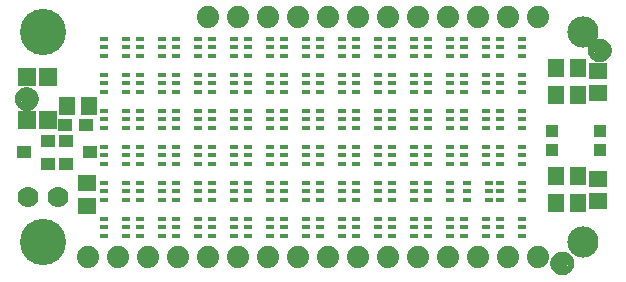
<source format=gbr>
G04 EAGLE Gerber RS-274X export*
G75*
%MOMM*%
%FSLAX34Y34*%
%LPD*%
%INSoldermask Top*%
%IPPOS*%
%AMOC8*
5,1,8,0,0,1.08239X$1,22.5*%
G01*
%ADD10R,0.801600X0.451600*%
%ADD11C,1.101600*%
%ADD12C,0.500000*%
%ADD13C,2.641600*%
%ADD14C,3.911600*%
%ADD15C,1.879600*%
%ADD16C,1.778000*%
%ADD17R,1.501600X1.501600*%
%ADD18R,1.601600X1.341600*%
%ADD19R,1.341600X1.601600*%
%ADD20R,1.301600X1.101600*%
%ADD21R,1.176600X1.101600*%
%ADD22R,1.001600X1.001600*%


D10*
X76860Y45600D03*
X76860Y38100D03*
X76860Y30600D03*
X95860Y30600D03*
X95860Y38100D03*
X95860Y45600D03*
X107340Y45600D03*
X107340Y38100D03*
X107340Y30600D03*
X126340Y30600D03*
X126340Y38100D03*
X126340Y45600D03*
X137820Y45600D03*
X137820Y38100D03*
X137820Y30600D03*
X156820Y30600D03*
X156820Y38100D03*
X156820Y45600D03*
X168300Y45600D03*
X168300Y38100D03*
X168300Y30600D03*
X187300Y30600D03*
X187300Y38100D03*
X187300Y45600D03*
X198780Y45600D03*
X198780Y38100D03*
X198780Y30600D03*
X217780Y30600D03*
X217780Y38100D03*
X217780Y45600D03*
X229260Y45600D03*
X229260Y38100D03*
X229260Y30600D03*
X248260Y30600D03*
X248260Y38100D03*
X248260Y45600D03*
X259740Y45600D03*
X259740Y38100D03*
X259740Y30600D03*
X278740Y30600D03*
X278740Y38100D03*
X278740Y45600D03*
X290220Y45600D03*
X290220Y38100D03*
X290220Y30600D03*
X309220Y30600D03*
X309220Y38100D03*
X309220Y45600D03*
X76860Y76080D03*
X76860Y68580D03*
X76860Y61080D03*
X95860Y61080D03*
X95860Y68580D03*
X95860Y76080D03*
X107340Y76080D03*
X107340Y68580D03*
X107340Y61080D03*
X126340Y61080D03*
X126340Y68580D03*
X126340Y76080D03*
X137820Y76080D03*
X137820Y68580D03*
X137820Y61080D03*
X156820Y61080D03*
X156820Y68580D03*
X156820Y76080D03*
X168300Y76080D03*
X168300Y68580D03*
X168300Y61080D03*
X187300Y61080D03*
X187300Y68580D03*
X187300Y76080D03*
X198780Y76080D03*
X198780Y68580D03*
X198780Y61080D03*
X217780Y61080D03*
X217780Y68580D03*
X217780Y76080D03*
X229260Y76080D03*
X229260Y68580D03*
X229260Y61080D03*
X248260Y61080D03*
X248260Y68580D03*
X248260Y76080D03*
X259740Y76080D03*
X259740Y68580D03*
X259740Y61080D03*
X278740Y61080D03*
X278740Y68580D03*
X278740Y76080D03*
X290220Y76080D03*
X290220Y68580D03*
X290220Y61080D03*
X309220Y61080D03*
X309220Y68580D03*
X309220Y76080D03*
X76860Y106560D03*
X76860Y99060D03*
X76860Y91560D03*
X95860Y91560D03*
X95860Y99060D03*
X95860Y106560D03*
X107340Y106560D03*
X107340Y99060D03*
X107340Y91560D03*
X126340Y91560D03*
X126340Y99060D03*
X126340Y106560D03*
X137820Y106560D03*
X137820Y99060D03*
X137820Y91560D03*
X156820Y91560D03*
X156820Y99060D03*
X156820Y106560D03*
X168300Y106560D03*
X168300Y99060D03*
X168300Y91560D03*
X187300Y91560D03*
X187300Y99060D03*
X187300Y106560D03*
X198780Y106560D03*
X198780Y99060D03*
X198780Y91560D03*
X217780Y91560D03*
X217780Y99060D03*
X217780Y106560D03*
X229260Y106560D03*
X229260Y99060D03*
X229260Y91560D03*
X248260Y91560D03*
X248260Y99060D03*
X248260Y106560D03*
X259740Y106560D03*
X259740Y99060D03*
X259740Y91560D03*
X278740Y91560D03*
X278740Y99060D03*
X278740Y106560D03*
X290220Y106560D03*
X290220Y99060D03*
X290220Y91560D03*
X309220Y91560D03*
X309220Y99060D03*
X309220Y106560D03*
X76860Y137040D03*
X76860Y129540D03*
X76860Y122040D03*
X95860Y122040D03*
X95860Y129540D03*
X95860Y137040D03*
X107340Y137040D03*
X107340Y129540D03*
X107340Y122040D03*
X126340Y122040D03*
X126340Y129540D03*
X126340Y137040D03*
X137820Y137040D03*
X137820Y129540D03*
X137820Y122040D03*
X156820Y122040D03*
X156820Y129540D03*
X156820Y137040D03*
X168300Y137040D03*
X168300Y129540D03*
X168300Y122040D03*
X187300Y122040D03*
X187300Y129540D03*
X187300Y137040D03*
X198780Y137040D03*
X198780Y129540D03*
X198780Y122040D03*
X217780Y122040D03*
X217780Y129540D03*
X217780Y137040D03*
X229260Y137040D03*
X229260Y129540D03*
X229260Y122040D03*
X248260Y122040D03*
X248260Y129540D03*
X248260Y137040D03*
X259740Y137040D03*
X259740Y129540D03*
X259740Y122040D03*
X278740Y122040D03*
X278740Y129540D03*
X278740Y137040D03*
X290220Y137040D03*
X290220Y129540D03*
X290220Y122040D03*
X309220Y122040D03*
X309220Y129540D03*
X309220Y137040D03*
X76860Y167520D03*
X76860Y160020D03*
X76860Y152520D03*
X95860Y152520D03*
X95860Y160020D03*
X95860Y167520D03*
X107340Y167520D03*
X107340Y160020D03*
X107340Y152520D03*
X126340Y152520D03*
X126340Y160020D03*
X126340Y167520D03*
X137820Y167520D03*
X137820Y160020D03*
X137820Y152520D03*
X156820Y152520D03*
X156820Y160020D03*
X156820Y167520D03*
X168300Y167520D03*
X168300Y160020D03*
X168300Y152520D03*
X187300Y152520D03*
X187300Y160020D03*
X187300Y167520D03*
X198780Y167520D03*
X198780Y160020D03*
X198780Y152520D03*
X217780Y152520D03*
X217780Y160020D03*
X217780Y167520D03*
X229260Y167520D03*
X229260Y160020D03*
X229260Y152520D03*
X248260Y152520D03*
X248260Y160020D03*
X248260Y167520D03*
X259740Y167520D03*
X259740Y160020D03*
X259740Y152520D03*
X278740Y152520D03*
X278740Y160020D03*
X278740Y167520D03*
X290220Y167520D03*
X290220Y160020D03*
X290220Y152520D03*
X309220Y152520D03*
X309220Y160020D03*
X309220Y167520D03*
X76860Y198000D03*
X76860Y190500D03*
X76860Y183000D03*
X95860Y183000D03*
X95860Y190500D03*
X95860Y198000D03*
X107340Y198000D03*
X107340Y190500D03*
X107340Y183000D03*
X126340Y183000D03*
X126340Y190500D03*
X126340Y198000D03*
X137820Y198000D03*
X137820Y190500D03*
X137820Y183000D03*
X156820Y183000D03*
X156820Y190500D03*
X156820Y198000D03*
X168300Y198000D03*
X168300Y190500D03*
X168300Y183000D03*
X187300Y183000D03*
X187300Y190500D03*
X187300Y198000D03*
X198780Y198000D03*
X198780Y190500D03*
X198780Y183000D03*
X217780Y183000D03*
X217780Y190500D03*
X217780Y198000D03*
X229260Y198000D03*
X229260Y190500D03*
X229260Y183000D03*
X248260Y183000D03*
X248260Y190500D03*
X248260Y198000D03*
X259740Y198000D03*
X259740Y190500D03*
X259740Y183000D03*
X278740Y183000D03*
X278740Y190500D03*
X278740Y198000D03*
X290220Y198000D03*
X290220Y190500D03*
X290220Y183000D03*
X309220Y183000D03*
X309220Y190500D03*
X309220Y198000D03*
D11*
X464820Y7620D03*
D12*
X464820Y15120D02*
X464639Y15118D01*
X464458Y15111D01*
X464277Y15100D01*
X464096Y15085D01*
X463916Y15065D01*
X463736Y15041D01*
X463557Y15013D01*
X463379Y14980D01*
X463202Y14943D01*
X463025Y14902D01*
X462850Y14857D01*
X462675Y14807D01*
X462502Y14753D01*
X462331Y14695D01*
X462160Y14633D01*
X461992Y14566D01*
X461825Y14496D01*
X461659Y14422D01*
X461496Y14343D01*
X461335Y14261D01*
X461175Y14175D01*
X461018Y14085D01*
X460863Y13991D01*
X460710Y13894D01*
X460560Y13792D01*
X460412Y13688D01*
X460266Y13579D01*
X460124Y13468D01*
X459984Y13352D01*
X459847Y13234D01*
X459712Y13112D01*
X459581Y12987D01*
X459453Y12859D01*
X459328Y12728D01*
X459206Y12593D01*
X459088Y12456D01*
X458972Y12316D01*
X458861Y12174D01*
X458752Y12028D01*
X458648Y11880D01*
X458546Y11730D01*
X458449Y11577D01*
X458355Y11422D01*
X458265Y11265D01*
X458179Y11105D01*
X458097Y10944D01*
X458018Y10781D01*
X457944Y10615D01*
X457874Y10448D01*
X457807Y10280D01*
X457745Y10109D01*
X457687Y9938D01*
X457633Y9765D01*
X457583Y9590D01*
X457538Y9415D01*
X457497Y9238D01*
X457460Y9061D01*
X457427Y8883D01*
X457399Y8704D01*
X457375Y8524D01*
X457355Y8344D01*
X457340Y8163D01*
X457329Y7982D01*
X457322Y7801D01*
X457320Y7620D01*
X464820Y15120D02*
X465001Y15118D01*
X465182Y15111D01*
X465363Y15100D01*
X465544Y15085D01*
X465724Y15065D01*
X465904Y15041D01*
X466083Y15013D01*
X466261Y14980D01*
X466438Y14943D01*
X466615Y14902D01*
X466790Y14857D01*
X466965Y14807D01*
X467138Y14753D01*
X467309Y14695D01*
X467480Y14633D01*
X467648Y14566D01*
X467815Y14496D01*
X467981Y14422D01*
X468144Y14343D01*
X468305Y14261D01*
X468465Y14175D01*
X468622Y14085D01*
X468777Y13991D01*
X468930Y13894D01*
X469080Y13792D01*
X469228Y13688D01*
X469374Y13579D01*
X469516Y13468D01*
X469656Y13352D01*
X469793Y13234D01*
X469928Y13112D01*
X470059Y12987D01*
X470187Y12859D01*
X470312Y12728D01*
X470434Y12593D01*
X470552Y12456D01*
X470668Y12316D01*
X470779Y12174D01*
X470888Y12028D01*
X470992Y11880D01*
X471094Y11730D01*
X471191Y11577D01*
X471285Y11422D01*
X471375Y11265D01*
X471461Y11105D01*
X471543Y10944D01*
X471622Y10781D01*
X471696Y10615D01*
X471766Y10448D01*
X471833Y10280D01*
X471895Y10109D01*
X471953Y9938D01*
X472007Y9765D01*
X472057Y9590D01*
X472102Y9415D01*
X472143Y9238D01*
X472180Y9061D01*
X472213Y8883D01*
X472241Y8704D01*
X472265Y8524D01*
X472285Y8344D01*
X472300Y8163D01*
X472311Y7982D01*
X472318Y7801D01*
X472320Y7620D01*
X472318Y7439D01*
X472311Y7258D01*
X472300Y7077D01*
X472285Y6896D01*
X472265Y6716D01*
X472241Y6536D01*
X472213Y6357D01*
X472180Y6179D01*
X472143Y6002D01*
X472102Y5825D01*
X472057Y5650D01*
X472007Y5475D01*
X471953Y5302D01*
X471895Y5131D01*
X471833Y4960D01*
X471766Y4792D01*
X471696Y4625D01*
X471622Y4459D01*
X471543Y4296D01*
X471461Y4135D01*
X471375Y3975D01*
X471285Y3818D01*
X471191Y3663D01*
X471094Y3510D01*
X470992Y3360D01*
X470888Y3212D01*
X470779Y3066D01*
X470668Y2924D01*
X470552Y2784D01*
X470434Y2647D01*
X470312Y2512D01*
X470187Y2381D01*
X470059Y2253D01*
X469928Y2128D01*
X469793Y2006D01*
X469656Y1888D01*
X469516Y1772D01*
X469374Y1661D01*
X469228Y1552D01*
X469080Y1448D01*
X468930Y1346D01*
X468777Y1249D01*
X468622Y1155D01*
X468465Y1065D01*
X468305Y979D01*
X468144Y897D01*
X467981Y818D01*
X467815Y744D01*
X467648Y674D01*
X467480Y607D01*
X467309Y545D01*
X467138Y487D01*
X466965Y433D01*
X466790Y383D01*
X466615Y338D01*
X466438Y297D01*
X466261Y260D01*
X466083Y227D01*
X465904Y199D01*
X465724Y175D01*
X465544Y155D01*
X465363Y140D01*
X465182Y129D01*
X465001Y122D01*
X464820Y120D01*
X464639Y122D01*
X464458Y129D01*
X464277Y140D01*
X464096Y155D01*
X463916Y175D01*
X463736Y199D01*
X463557Y227D01*
X463379Y260D01*
X463202Y297D01*
X463025Y338D01*
X462850Y383D01*
X462675Y433D01*
X462502Y487D01*
X462331Y545D01*
X462160Y607D01*
X461992Y674D01*
X461825Y744D01*
X461659Y818D01*
X461496Y897D01*
X461335Y979D01*
X461175Y1065D01*
X461018Y1155D01*
X460863Y1249D01*
X460710Y1346D01*
X460560Y1448D01*
X460412Y1552D01*
X460266Y1661D01*
X460124Y1772D01*
X459984Y1888D01*
X459847Y2006D01*
X459712Y2128D01*
X459581Y2253D01*
X459453Y2381D01*
X459328Y2512D01*
X459206Y2647D01*
X459088Y2784D01*
X458972Y2924D01*
X458861Y3066D01*
X458752Y3212D01*
X458648Y3360D01*
X458546Y3510D01*
X458449Y3663D01*
X458355Y3818D01*
X458265Y3975D01*
X458179Y4135D01*
X458097Y4296D01*
X458018Y4459D01*
X457944Y4625D01*
X457874Y4792D01*
X457807Y4960D01*
X457745Y5131D01*
X457687Y5302D01*
X457633Y5475D01*
X457583Y5650D01*
X457538Y5825D01*
X457497Y6002D01*
X457460Y6179D01*
X457427Y6357D01*
X457399Y6536D01*
X457375Y6716D01*
X457355Y6896D01*
X457340Y7077D01*
X457329Y7258D01*
X457322Y7439D01*
X457320Y7620D01*
D11*
X11430Y146685D03*
D12*
X11430Y154185D02*
X11249Y154183D01*
X11068Y154176D01*
X10887Y154165D01*
X10706Y154150D01*
X10526Y154130D01*
X10346Y154106D01*
X10167Y154078D01*
X9989Y154045D01*
X9812Y154008D01*
X9635Y153967D01*
X9460Y153922D01*
X9285Y153872D01*
X9112Y153818D01*
X8941Y153760D01*
X8770Y153698D01*
X8602Y153631D01*
X8435Y153561D01*
X8269Y153487D01*
X8106Y153408D01*
X7945Y153326D01*
X7785Y153240D01*
X7628Y153150D01*
X7473Y153056D01*
X7320Y152959D01*
X7170Y152857D01*
X7022Y152753D01*
X6876Y152644D01*
X6734Y152533D01*
X6594Y152417D01*
X6457Y152299D01*
X6322Y152177D01*
X6191Y152052D01*
X6063Y151924D01*
X5938Y151793D01*
X5816Y151658D01*
X5698Y151521D01*
X5582Y151381D01*
X5471Y151239D01*
X5362Y151093D01*
X5258Y150945D01*
X5156Y150795D01*
X5059Y150642D01*
X4965Y150487D01*
X4875Y150330D01*
X4789Y150170D01*
X4707Y150009D01*
X4628Y149846D01*
X4554Y149680D01*
X4484Y149513D01*
X4417Y149345D01*
X4355Y149174D01*
X4297Y149003D01*
X4243Y148830D01*
X4193Y148655D01*
X4148Y148480D01*
X4107Y148303D01*
X4070Y148126D01*
X4037Y147948D01*
X4009Y147769D01*
X3985Y147589D01*
X3965Y147409D01*
X3950Y147228D01*
X3939Y147047D01*
X3932Y146866D01*
X3930Y146685D01*
X11430Y154185D02*
X11611Y154183D01*
X11792Y154176D01*
X11973Y154165D01*
X12154Y154150D01*
X12334Y154130D01*
X12514Y154106D01*
X12693Y154078D01*
X12871Y154045D01*
X13048Y154008D01*
X13225Y153967D01*
X13400Y153922D01*
X13575Y153872D01*
X13748Y153818D01*
X13919Y153760D01*
X14090Y153698D01*
X14258Y153631D01*
X14425Y153561D01*
X14591Y153487D01*
X14754Y153408D01*
X14915Y153326D01*
X15075Y153240D01*
X15232Y153150D01*
X15387Y153056D01*
X15540Y152959D01*
X15690Y152857D01*
X15838Y152753D01*
X15984Y152644D01*
X16126Y152533D01*
X16266Y152417D01*
X16403Y152299D01*
X16538Y152177D01*
X16669Y152052D01*
X16797Y151924D01*
X16922Y151793D01*
X17044Y151658D01*
X17162Y151521D01*
X17278Y151381D01*
X17389Y151239D01*
X17498Y151093D01*
X17602Y150945D01*
X17704Y150795D01*
X17801Y150642D01*
X17895Y150487D01*
X17985Y150330D01*
X18071Y150170D01*
X18153Y150009D01*
X18232Y149846D01*
X18306Y149680D01*
X18376Y149513D01*
X18443Y149345D01*
X18505Y149174D01*
X18563Y149003D01*
X18617Y148830D01*
X18667Y148655D01*
X18712Y148480D01*
X18753Y148303D01*
X18790Y148126D01*
X18823Y147948D01*
X18851Y147769D01*
X18875Y147589D01*
X18895Y147409D01*
X18910Y147228D01*
X18921Y147047D01*
X18928Y146866D01*
X18930Y146685D01*
X18928Y146504D01*
X18921Y146323D01*
X18910Y146142D01*
X18895Y145961D01*
X18875Y145781D01*
X18851Y145601D01*
X18823Y145422D01*
X18790Y145244D01*
X18753Y145067D01*
X18712Y144890D01*
X18667Y144715D01*
X18617Y144540D01*
X18563Y144367D01*
X18505Y144196D01*
X18443Y144025D01*
X18376Y143857D01*
X18306Y143690D01*
X18232Y143524D01*
X18153Y143361D01*
X18071Y143200D01*
X17985Y143040D01*
X17895Y142883D01*
X17801Y142728D01*
X17704Y142575D01*
X17602Y142425D01*
X17498Y142277D01*
X17389Y142131D01*
X17278Y141989D01*
X17162Y141849D01*
X17044Y141712D01*
X16922Y141577D01*
X16797Y141446D01*
X16669Y141318D01*
X16538Y141193D01*
X16403Y141071D01*
X16266Y140953D01*
X16126Y140837D01*
X15984Y140726D01*
X15838Y140617D01*
X15690Y140513D01*
X15540Y140411D01*
X15387Y140314D01*
X15232Y140220D01*
X15075Y140130D01*
X14915Y140044D01*
X14754Y139962D01*
X14591Y139883D01*
X14425Y139809D01*
X14258Y139739D01*
X14090Y139672D01*
X13919Y139610D01*
X13748Y139552D01*
X13575Y139498D01*
X13400Y139448D01*
X13225Y139403D01*
X13048Y139362D01*
X12871Y139325D01*
X12693Y139292D01*
X12514Y139264D01*
X12334Y139240D01*
X12154Y139220D01*
X11973Y139205D01*
X11792Y139194D01*
X11611Y139187D01*
X11430Y139185D01*
X11249Y139187D01*
X11068Y139194D01*
X10887Y139205D01*
X10706Y139220D01*
X10526Y139240D01*
X10346Y139264D01*
X10167Y139292D01*
X9989Y139325D01*
X9812Y139362D01*
X9635Y139403D01*
X9460Y139448D01*
X9285Y139498D01*
X9112Y139552D01*
X8941Y139610D01*
X8770Y139672D01*
X8602Y139739D01*
X8435Y139809D01*
X8269Y139883D01*
X8106Y139962D01*
X7945Y140044D01*
X7785Y140130D01*
X7628Y140220D01*
X7473Y140314D01*
X7320Y140411D01*
X7170Y140513D01*
X7022Y140617D01*
X6876Y140726D01*
X6734Y140837D01*
X6594Y140953D01*
X6457Y141071D01*
X6322Y141193D01*
X6191Y141318D01*
X6063Y141446D01*
X5938Y141577D01*
X5816Y141712D01*
X5698Y141849D01*
X5582Y141989D01*
X5471Y142131D01*
X5362Y142277D01*
X5258Y142425D01*
X5156Y142575D01*
X5059Y142728D01*
X4965Y142883D01*
X4875Y143040D01*
X4789Y143200D01*
X4707Y143361D01*
X4628Y143524D01*
X4554Y143690D01*
X4484Y143857D01*
X4417Y144025D01*
X4355Y144196D01*
X4297Y144367D01*
X4243Y144540D01*
X4193Y144715D01*
X4148Y144890D01*
X4107Y145067D01*
X4070Y145244D01*
X4037Y145422D01*
X4009Y145601D01*
X3985Y145781D01*
X3965Y145961D01*
X3950Y146142D01*
X3939Y146323D01*
X3932Y146504D01*
X3930Y146685D01*
D11*
X496570Y187960D03*
D12*
X496570Y195460D02*
X496389Y195458D01*
X496208Y195451D01*
X496027Y195440D01*
X495846Y195425D01*
X495666Y195405D01*
X495486Y195381D01*
X495307Y195353D01*
X495129Y195320D01*
X494952Y195283D01*
X494775Y195242D01*
X494600Y195197D01*
X494425Y195147D01*
X494252Y195093D01*
X494081Y195035D01*
X493910Y194973D01*
X493742Y194906D01*
X493575Y194836D01*
X493409Y194762D01*
X493246Y194683D01*
X493085Y194601D01*
X492925Y194515D01*
X492768Y194425D01*
X492613Y194331D01*
X492460Y194234D01*
X492310Y194132D01*
X492162Y194028D01*
X492016Y193919D01*
X491874Y193808D01*
X491734Y193692D01*
X491597Y193574D01*
X491462Y193452D01*
X491331Y193327D01*
X491203Y193199D01*
X491078Y193068D01*
X490956Y192933D01*
X490838Y192796D01*
X490722Y192656D01*
X490611Y192514D01*
X490502Y192368D01*
X490398Y192220D01*
X490296Y192070D01*
X490199Y191917D01*
X490105Y191762D01*
X490015Y191605D01*
X489929Y191445D01*
X489847Y191284D01*
X489768Y191121D01*
X489694Y190955D01*
X489624Y190788D01*
X489557Y190620D01*
X489495Y190449D01*
X489437Y190278D01*
X489383Y190105D01*
X489333Y189930D01*
X489288Y189755D01*
X489247Y189578D01*
X489210Y189401D01*
X489177Y189223D01*
X489149Y189044D01*
X489125Y188864D01*
X489105Y188684D01*
X489090Y188503D01*
X489079Y188322D01*
X489072Y188141D01*
X489070Y187960D01*
X496570Y195460D02*
X496751Y195458D01*
X496932Y195451D01*
X497113Y195440D01*
X497294Y195425D01*
X497474Y195405D01*
X497654Y195381D01*
X497833Y195353D01*
X498011Y195320D01*
X498188Y195283D01*
X498365Y195242D01*
X498540Y195197D01*
X498715Y195147D01*
X498888Y195093D01*
X499059Y195035D01*
X499230Y194973D01*
X499398Y194906D01*
X499565Y194836D01*
X499731Y194762D01*
X499894Y194683D01*
X500055Y194601D01*
X500215Y194515D01*
X500372Y194425D01*
X500527Y194331D01*
X500680Y194234D01*
X500830Y194132D01*
X500978Y194028D01*
X501124Y193919D01*
X501266Y193808D01*
X501406Y193692D01*
X501543Y193574D01*
X501678Y193452D01*
X501809Y193327D01*
X501937Y193199D01*
X502062Y193068D01*
X502184Y192933D01*
X502302Y192796D01*
X502418Y192656D01*
X502529Y192514D01*
X502638Y192368D01*
X502742Y192220D01*
X502844Y192070D01*
X502941Y191917D01*
X503035Y191762D01*
X503125Y191605D01*
X503211Y191445D01*
X503293Y191284D01*
X503372Y191121D01*
X503446Y190955D01*
X503516Y190788D01*
X503583Y190620D01*
X503645Y190449D01*
X503703Y190278D01*
X503757Y190105D01*
X503807Y189930D01*
X503852Y189755D01*
X503893Y189578D01*
X503930Y189401D01*
X503963Y189223D01*
X503991Y189044D01*
X504015Y188864D01*
X504035Y188684D01*
X504050Y188503D01*
X504061Y188322D01*
X504068Y188141D01*
X504070Y187960D01*
X504068Y187779D01*
X504061Y187598D01*
X504050Y187417D01*
X504035Y187236D01*
X504015Y187056D01*
X503991Y186876D01*
X503963Y186697D01*
X503930Y186519D01*
X503893Y186342D01*
X503852Y186165D01*
X503807Y185990D01*
X503757Y185815D01*
X503703Y185642D01*
X503645Y185471D01*
X503583Y185300D01*
X503516Y185132D01*
X503446Y184965D01*
X503372Y184799D01*
X503293Y184636D01*
X503211Y184475D01*
X503125Y184315D01*
X503035Y184158D01*
X502941Y184003D01*
X502844Y183850D01*
X502742Y183700D01*
X502638Y183552D01*
X502529Y183406D01*
X502418Y183264D01*
X502302Y183124D01*
X502184Y182987D01*
X502062Y182852D01*
X501937Y182721D01*
X501809Y182593D01*
X501678Y182468D01*
X501543Y182346D01*
X501406Y182228D01*
X501266Y182112D01*
X501124Y182001D01*
X500978Y181892D01*
X500830Y181788D01*
X500680Y181686D01*
X500527Y181589D01*
X500372Y181495D01*
X500215Y181405D01*
X500055Y181319D01*
X499894Y181237D01*
X499731Y181158D01*
X499565Y181084D01*
X499398Y181014D01*
X499230Y180947D01*
X499059Y180885D01*
X498888Y180827D01*
X498715Y180773D01*
X498540Y180723D01*
X498365Y180678D01*
X498188Y180637D01*
X498011Y180600D01*
X497833Y180567D01*
X497654Y180539D01*
X497474Y180515D01*
X497294Y180495D01*
X497113Y180480D01*
X496932Y180469D01*
X496751Y180462D01*
X496570Y180460D01*
X496389Y180462D01*
X496208Y180469D01*
X496027Y180480D01*
X495846Y180495D01*
X495666Y180515D01*
X495486Y180539D01*
X495307Y180567D01*
X495129Y180600D01*
X494952Y180637D01*
X494775Y180678D01*
X494600Y180723D01*
X494425Y180773D01*
X494252Y180827D01*
X494081Y180885D01*
X493910Y180947D01*
X493742Y181014D01*
X493575Y181084D01*
X493409Y181158D01*
X493246Y181237D01*
X493085Y181319D01*
X492925Y181405D01*
X492768Y181495D01*
X492613Y181589D01*
X492460Y181686D01*
X492310Y181788D01*
X492162Y181892D01*
X492016Y182001D01*
X491874Y182112D01*
X491734Y182228D01*
X491597Y182346D01*
X491462Y182468D01*
X491331Y182593D01*
X491203Y182721D01*
X491078Y182852D01*
X490956Y182987D01*
X490838Y183124D01*
X490722Y183264D01*
X490611Y183406D01*
X490502Y183552D01*
X490398Y183700D01*
X490296Y183850D01*
X490199Y184003D01*
X490105Y184158D01*
X490015Y184315D01*
X489929Y184475D01*
X489847Y184636D01*
X489768Y184799D01*
X489694Y184965D01*
X489624Y185132D01*
X489557Y185300D01*
X489495Y185471D01*
X489437Y185642D01*
X489383Y185815D01*
X489333Y185990D01*
X489288Y186165D01*
X489247Y186342D01*
X489210Y186519D01*
X489177Y186697D01*
X489149Y186876D01*
X489125Y187056D01*
X489105Y187236D01*
X489090Y187417D01*
X489079Y187598D01*
X489072Y187779D01*
X489070Y187960D01*
D13*
X482600Y203200D03*
X482600Y25400D03*
D14*
X25400Y203200D03*
X25400Y25400D03*
D15*
X165100Y215900D03*
X190500Y215900D03*
X215900Y215900D03*
X241300Y215900D03*
X266700Y215900D03*
X292100Y215900D03*
X317500Y215900D03*
X342900Y215900D03*
X368300Y215900D03*
X393700Y215900D03*
X419100Y215900D03*
X444500Y215900D03*
X165100Y12700D03*
X190500Y12700D03*
X215900Y12700D03*
X241300Y12700D03*
X266700Y12700D03*
X292100Y12700D03*
X317500Y12700D03*
X342900Y12700D03*
X368300Y12700D03*
X393700Y12700D03*
X419100Y12700D03*
X444500Y12700D03*
X139700Y12700D03*
X114300Y12700D03*
X88900Y12700D03*
X63500Y12700D03*
D10*
X320700Y45600D03*
X320700Y38100D03*
X320700Y30600D03*
X339700Y30600D03*
X339700Y38100D03*
X339700Y45600D03*
X351180Y45600D03*
X351180Y38100D03*
X351180Y30600D03*
X370180Y30600D03*
X370180Y38100D03*
X370180Y45600D03*
X381660Y45600D03*
X381660Y38100D03*
X381660Y30600D03*
X400660Y30600D03*
X400660Y38100D03*
X400660Y45600D03*
X412140Y45600D03*
X412140Y38100D03*
X412140Y30600D03*
X431140Y30600D03*
X431140Y38100D03*
X431140Y45600D03*
X320700Y76080D03*
X320700Y68580D03*
X320700Y61080D03*
X339700Y61080D03*
X339700Y68580D03*
X339700Y76080D03*
X351180Y76080D03*
X351180Y68580D03*
X351180Y61080D03*
X370180Y61080D03*
X370180Y68580D03*
X370180Y76080D03*
X384200Y76080D03*
X384200Y68580D03*
X384200Y61080D03*
X403200Y61080D03*
X403200Y68580D03*
X403200Y76080D03*
X412140Y76080D03*
X412140Y68580D03*
X412140Y61080D03*
X431140Y61080D03*
X431140Y68580D03*
X431140Y76080D03*
X320700Y106560D03*
X320700Y99060D03*
X320700Y91560D03*
X339700Y91560D03*
X339700Y99060D03*
X339700Y106560D03*
X351180Y106560D03*
X351180Y99060D03*
X351180Y91560D03*
X370180Y91560D03*
X370180Y99060D03*
X370180Y106560D03*
X381660Y106560D03*
X381660Y99060D03*
X381660Y91560D03*
X400660Y91560D03*
X400660Y99060D03*
X400660Y106560D03*
X412140Y106560D03*
X412140Y99060D03*
X412140Y91560D03*
X431140Y91560D03*
X431140Y99060D03*
X431140Y106560D03*
X320700Y137040D03*
X320700Y129540D03*
X320700Y122040D03*
X339700Y122040D03*
X339700Y129540D03*
X339700Y137040D03*
X351180Y137040D03*
X351180Y129540D03*
X351180Y122040D03*
X370180Y122040D03*
X370180Y129540D03*
X370180Y137040D03*
X381660Y137040D03*
X381660Y129540D03*
X381660Y122040D03*
X400660Y122040D03*
X400660Y129540D03*
X400660Y137040D03*
X412140Y137040D03*
X412140Y129540D03*
X412140Y122040D03*
X431140Y122040D03*
X431140Y129540D03*
X431140Y137040D03*
X320700Y167520D03*
X320700Y160020D03*
X320700Y152520D03*
X339700Y152520D03*
X339700Y160020D03*
X339700Y167520D03*
X351180Y167520D03*
X351180Y160020D03*
X351180Y152520D03*
X370180Y152520D03*
X370180Y160020D03*
X370180Y167520D03*
X381660Y167520D03*
X381660Y160020D03*
X381660Y152520D03*
X400660Y152520D03*
X400660Y160020D03*
X400660Y167520D03*
X412140Y167520D03*
X412140Y160020D03*
X412140Y152520D03*
X431140Y152520D03*
X431140Y160020D03*
X431140Y167520D03*
X320700Y198000D03*
X320700Y190500D03*
X320700Y183000D03*
X339700Y183000D03*
X339700Y190500D03*
X339700Y198000D03*
X351180Y198000D03*
X351180Y190500D03*
X351180Y183000D03*
X370180Y183000D03*
X370180Y190500D03*
X370180Y198000D03*
X381660Y198000D03*
X381660Y190500D03*
X381660Y183000D03*
X400660Y183000D03*
X400660Y190500D03*
X400660Y198000D03*
X412140Y198000D03*
X412140Y190500D03*
X412140Y183000D03*
X431140Y183000D03*
X431140Y190500D03*
X431140Y198000D03*
D16*
X38100Y63500D03*
X12700Y63500D03*
D17*
X29210Y128820D03*
X29210Y165820D03*
X11430Y128820D03*
X11430Y165820D03*
D18*
X495300Y79350D03*
X495300Y60350D03*
D19*
X478130Y81280D03*
X459130Y81280D03*
D18*
X495300Y170790D03*
X495300Y151790D03*
D19*
X478130Y172720D03*
X459130Y172720D03*
X478130Y149860D03*
X459130Y149860D03*
X478130Y58420D03*
X459130Y58420D03*
X64110Y140970D03*
X45110Y140970D03*
D18*
X62230Y75540D03*
X62230Y56540D03*
D20*
X9050Y101600D03*
X29050Y111100D03*
X29050Y92100D03*
D21*
X61205Y125095D03*
X44205Y125095D03*
D20*
X64610Y101600D03*
X44610Y92100D03*
X44610Y111100D03*
D22*
X496750Y119760D03*
X496750Y103760D03*
X455750Y103760D03*
X455750Y119760D03*
M02*

</source>
